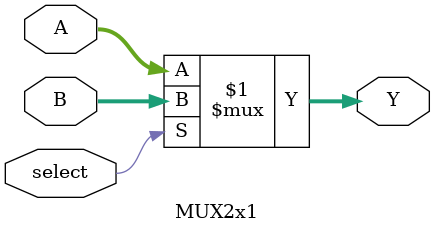
<source format=v>
module MUX2x1 #(parameter SIZE = 32) (input [SIZE-1:0] A , input [SIZE-1:0] B , input select , output [SIZE-1:0] Y);
    assign Y = select ? B : A;
endmodule
</source>
